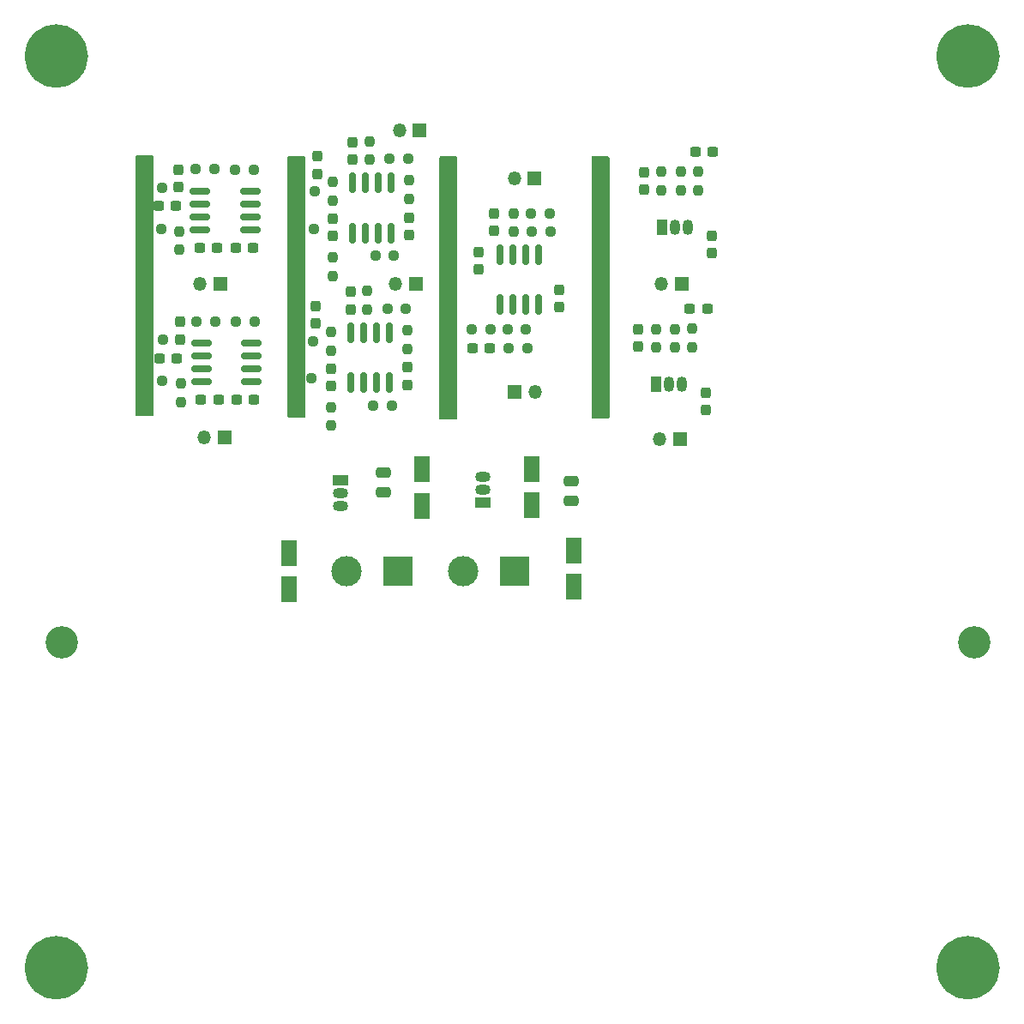
<source format=gbr>
%TF.GenerationSoftware,KiCad,Pcbnew,8.0.8*%
%TF.CreationDate,2025-08-26T11:44:11+12:00*%
%TF.ProjectId,esfgrid_ckt_Multi,65736667-7269-4645-9f63-6b745f4d756c,rev?*%
%TF.SameCoordinates,Original*%
%TF.FileFunction,Soldermask,Top*%
%TF.FilePolarity,Negative*%
%FSLAX46Y46*%
G04 Gerber Fmt 4.6, Leading zero omitted, Abs format (unit mm)*
G04 Created by KiCad (PCBNEW 8.0.8) date 2025-08-26 11:44:11*
%MOMM*%
%LPD*%
G01*
G04 APERTURE LIST*
G04 Aperture macros list*
%AMRoundRect*
0 Rectangle with rounded corners*
0 $1 Rounding radius*
0 $2 $3 $4 $5 $6 $7 $8 $9 X,Y pos of 4 corners*
0 Add a 4 corners polygon primitive as box body*
4,1,4,$2,$3,$4,$5,$6,$7,$8,$9,$2,$3,0*
0 Add four circle primitives for the rounded corners*
1,1,$1+$1,$2,$3*
1,1,$1+$1,$4,$5*
1,1,$1+$1,$6,$7*
1,1,$1+$1,$8,$9*
0 Add four rect primitives between the rounded corners*
20,1,$1+$1,$2,$3,$4,$5,0*
20,1,$1+$1,$4,$5,$6,$7,0*
20,1,$1+$1,$6,$7,$8,$9,0*
20,1,$1+$1,$8,$9,$2,$3,0*%
G04 Aperture macros list end*
%ADD10C,3.150000*%
%ADD11C,3.200000*%
%ADD12RoundRect,0.237500X-0.237500X0.300000X-0.237500X-0.300000X0.237500X-0.300000X0.237500X0.300000X0*%
%ADD13RoundRect,0.237500X0.237500X-0.300000X0.237500X0.300000X-0.237500X0.300000X-0.237500X-0.300000X0*%
%ADD14RoundRect,0.150000X-0.150000X0.825000X-0.150000X-0.825000X0.150000X-0.825000X0.150000X0.825000X0*%
%ADD15RoundRect,0.150000X0.150000X-0.825000X0.150000X0.825000X-0.150000X0.825000X-0.150000X-0.825000X0*%
%ADD16RoundRect,0.150000X-0.825000X-0.150000X0.825000X-0.150000X0.825000X0.150000X-0.825000X0.150000X0*%
%ADD17RoundRect,0.237500X0.250000X0.237500X-0.250000X0.237500X-0.250000X-0.237500X0.250000X-0.237500X0*%
%ADD18RoundRect,0.237500X0.237500X-0.250000X0.237500X0.250000X-0.237500X0.250000X-0.237500X-0.250000X0*%
%ADD19RoundRect,0.237500X-0.237500X0.250000X-0.237500X-0.250000X0.237500X-0.250000X0.237500X0.250000X0*%
%ADD20RoundRect,0.237500X-0.250000X-0.237500X0.250000X-0.237500X0.250000X0.237500X-0.250000X0.237500X0*%
%ADD21RoundRect,0.237500X-0.300000X-0.237500X0.300000X-0.237500X0.300000X0.237500X-0.300000X0.237500X0*%
%ADD22RoundRect,0.237500X0.300000X0.237500X-0.300000X0.237500X-0.300000X-0.237500X0.300000X-0.237500X0*%
%ADD23RoundRect,0.250000X-0.550000X1.050000X-0.550000X-1.050000X0.550000X-1.050000X0.550000X1.050000X0*%
%ADD24R,1.350000X1.350000*%
%ADD25O,1.350000X1.350000*%
%ADD26O,1.050000X1.500000*%
%ADD27R,1.050000X1.500000*%
%ADD28R,1.500000X1.050000*%
%ADD29O,1.500000X1.050000*%
%ADD30RoundRect,0.250000X0.475000X-0.250000X0.475000X0.250000X-0.475000X0.250000X-0.475000X-0.250000X0*%
%ADD31R,3.000000X3.000000*%
%ADD32C,3.000000*%
%ADD33RoundRect,0.250000X0.550000X-1.050000X0.550000X1.050000X-0.550000X1.050000X-0.550000X-1.050000X0*%
G04 APERTURE END LIST*
D10*
X257632960Y-136869986D02*
G75*
G02*
X254482960Y-136869986I-1575000J0D01*
G01*
X254482960Y-136869986D02*
G75*
G02*
X257632960Y-136869986I1575000J0D01*
G01*
X167632960Y-136869986D02*
G75*
G02*
X164482960Y-136869986I-1575000J0D01*
G01*
X164482960Y-136869986D02*
G75*
G02*
X167632960Y-136869986I1575000J0D01*
G01*
X257632960Y-46869986D02*
G75*
G02*
X254482960Y-46869986I-1575000J0D01*
G01*
X254482960Y-46869986D02*
G75*
G02*
X257632960Y-46869986I1575000J0D01*
G01*
X167632960Y-46869986D02*
G75*
G02*
X164482960Y-46869986I-1575000J0D01*
G01*
X164482960Y-46869986D02*
G75*
G02*
X167632960Y-46869986I1575000J0D01*
G01*
D11*
%TO.C,REF\u002A\u002A*%
X256667600Y-104760000D03*
%TD*%
%TO.C,REF\u002A\u002A*%
X166567600Y-104730000D03*
%TD*%
%TO.C,REF\u002A\u002A*%
X256157600Y-46900000D03*
%TD*%
%TO.C,REF\u002A\u002A*%
X166057600Y-46870000D03*
%TD*%
D12*
%TO.C,C18*%
X215687600Y-69927500D03*
X215687600Y-71652500D03*
%TD*%
D13*
%TO.C,C17*%
X207727600Y-67922500D03*
X207727600Y-66197500D03*
%TD*%
D14*
%TO.C,U7*%
X199122600Y-59377500D03*
X197852600Y-59377500D03*
X196582600Y-59377500D03*
X195312600Y-59377500D03*
X195312600Y-64327500D03*
X196582600Y-64327500D03*
X197852600Y-64327500D03*
X199122600Y-64327500D03*
%TD*%
D15*
%TO.C,U5*%
X209877600Y-66450000D03*
X211147600Y-66450000D03*
X212417600Y-66450000D03*
X213687600Y-66450000D03*
X213687600Y-71400000D03*
X212417600Y-71400000D03*
X211147600Y-71400000D03*
X209877600Y-71400000D03*
%TD*%
D16*
%TO.C,U4*%
X180372600Y-75230000D03*
X180372600Y-76500000D03*
X180372600Y-77770000D03*
X180372600Y-79040000D03*
X185322600Y-79040000D03*
X185322600Y-77770000D03*
X185322600Y-76500000D03*
X185322600Y-75230000D03*
%TD*%
D17*
%TO.C,R27*%
X198732600Y-71810000D03*
X200557600Y-71810000D03*
%TD*%
D18*
%TO.C,R26*%
X200717600Y-73940000D03*
X200717600Y-75765000D03*
%TD*%
D19*
%TO.C,R25*%
X196767600Y-71902500D03*
X196767600Y-70077500D03*
%TD*%
D20*
%TO.C,R24*%
X191362600Y-75050000D03*
X189537600Y-75050000D03*
%TD*%
%TO.C,R23*%
X199167600Y-81360000D03*
X197342600Y-81360000D03*
%TD*%
D18*
%TO.C,R21*%
X193157600Y-81540000D03*
X193157600Y-83365000D03*
%TD*%
D20*
%TO.C,R20*%
X191267600Y-78700000D03*
X189442600Y-78700000D03*
%TD*%
D19*
%TO.C,R19*%
X227727600Y-60122500D03*
X227727600Y-58297500D03*
%TD*%
D18*
%TO.C,R18*%
X229427600Y-58265000D03*
X229427600Y-60090000D03*
%TD*%
D19*
%TO.C,R17*%
X225807600Y-60130000D03*
X225807600Y-58305000D03*
%TD*%
D17*
%TO.C,R16*%
X212430100Y-73830000D03*
X210605100Y-73830000D03*
%TD*%
D20*
%TO.C,R13*%
X212905100Y-62380000D03*
X214730100Y-62380000D03*
%TD*%
%TO.C,R12*%
X210705100Y-75750000D03*
X212530100Y-75750000D03*
%TD*%
D17*
%TO.C,R11*%
X214840100Y-64210000D03*
X213015100Y-64210000D03*
%TD*%
D20*
%TO.C,R10*%
X183815100Y-73120000D03*
X185640100Y-73120000D03*
%TD*%
%TO.C,R9*%
X174675100Y-78960000D03*
X176500100Y-78960000D03*
%TD*%
%TO.C,R8*%
X174775100Y-74890000D03*
X176600100Y-74890000D03*
%TD*%
D18*
%TO.C,R7*%
X178327600Y-81030000D03*
X178327600Y-79205000D03*
%TD*%
D17*
%TO.C,R6*%
X181750100Y-73060000D03*
X179925100Y-73060000D03*
%TD*%
D12*
%TO.C,C25*%
X195097600Y-70147500D03*
X195097600Y-71872500D03*
%TD*%
%TO.C,C24*%
X200677600Y-77615000D03*
X200677600Y-79340000D03*
%TD*%
D13*
%TO.C,C23*%
X191617600Y-71565000D03*
X191617600Y-73290000D03*
%TD*%
D21*
%TO.C,C21*%
X230887600Y-56340000D03*
X229162600Y-56340000D03*
%TD*%
D22*
%TO.C,C16*%
X208867600Y-75740000D03*
X207142600Y-75740000D03*
%TD*%
D13*
%TO.C,C15*%
X209237600Y-64142500D03*
X209237600Y-62417500D03*
%TD*%
D22*
%TO.C,C14*%
X182057600Y-80820000D03*
X180332600Y-80820000D03*
%TD*%
D21*
%TO.C,C13*%
X183875100Y-80790000D03*
X185600100Y-80790000D03*
%TD*%
D22*
%TO.C,C12*%
X177957600Y-76710000D03*
X176232600Y-76710000D03*
%TD*%
D13*
%TO.C,C11*%
X178247600Y-74840000D03*
X178247600Y-73115000D03*
%TD*%
D12*
%TO.C,C29*%
X195307601Y-55350000D03*
X195307601Y-57075000D03*
%TD*%
%TO.C,C28*%
X200887600Y-62817500D03*
X200887600Y-64542500D03*
%TD*%
%TO.C,C31*%
X230207600Y-80118750D03*
X230207600Y-81843750D03*
%TD*%
D23*
%TO.C,C2*%
X217157600Y-95670000D03*
X217157600Y-99270000D03*
%TD*%
D12*
%TO.C,C30*%
X223467600Y-73838750D03*
X223467600Y-75563750D03*
%TD*%
D24*
%TO.C,J16*%
X213257600Y-58960000D03*
D25*
X211257600Y-58960000D03*
%TD*%
D26*
%TO.C,Q1*%
X228367600Y-63777500D03*
X227097600Y-63777500D03*
D27*
X225827600Y-63777500D03*
%TD*%
D19*
%TO.C,R36*%
X225227600Y-73816250D03*
X225227600Y-75641250D03*
%TD*%
D21*
%TO.C,C32*%
X228582600Y-71851250D03*
X230307600Y-71851250D03*
%TD*%
D13*
%TO.C,C7*%
X178137600Y-59820000D03*
X178137600Y-58095000D03*
%TD*%
D28*
%TO.C,U1*%
X194137600Y-88720000D03*
D29*
X194137600Y-89990000D03*
X194137600Y-91260000D03*
%TD*%
D22*
%TO.C,C10*%
X181947600Y-65800000D03*
X180222600Y-65800000D03*
%TD*%
%TO.C,C8*%
X177847600Y-61690000D03*
X176122600Y-61690000D03*
%TD*%
D24*
%TO.C,J3*%
X182247600Y-69380000D03*
D25*
X180247600Y-69380000D03*
%TD*%
D19*
%TO.C,R22*%
X193167600Y-75945000D03*
X193167600Y-74120000D03*
%TD*%
D20*
%TO.C,R5*%
X183705100Y-58100000D03*
X185530100Y-58100000D03*
%TD*%
D24*
%TO.C,J18*%
X227797600Y-69380000D03*
D25*
X225797600Y-69380000D03*
%TD*%
D24*
%TO.C,J8*%
X201927600Y-54180000D03*
D25*
X199927600Y-54180000D03*
%TD*%
D30*
%TO.C,C4*%
X216867600Y-90770000D03*
X216867600Y-88870000D03*
%TD*%
D20*
%TO.C,R4*%
X174565100Y-63940000D03*
X176390100Y-63940000D03*
%TD*%
D31*
%TO.C,J2*%
X211277600Y-97730000D03*
D32*
X206197600Y-97730000D03*
%TD*%
D18*
%TO.C,R29*%
X193367600Y-68567500D03*
X193367600Y-66742500D03*
%TD*%
D20*
%TO.C,R28*%
X189652600Y-63902499D03*
X191477600Y-63902499D03*
%TD*%
D24*
%TO.C,J17*%
X211317600Y-80060000D03*
D25*
X213317600Y-80060000D03*
%TD*%
D30*
%TO.C,C3*%
X198337600Y-89920000D03*
X198337600Y-88020000D03*
%TD*%
D23*
%TO.C,C1*%
X188997600Y-95920000D03*
X188997600Y-99520000D03*
%TD*%
D28*
%TO.C,U2*%
X208207600Y-90970000D03*
D29*
X208207600Y-89700000D03*
X208207600Y-88430000D03*
%TD*%
D31*
%TO.C,J1*%
X199767600Y-97740000D03*
D32*
X194687600Y-97740000D03*
%TD*%
D12*
%TO.C,C26*%
X193357600Y-62922499D03*
X193357600Y-64647499D03*
%TD*%
D18*
%TO.C,R37*%
X228847600Y-75601250D03*
X228847600Y-73776250D03*
%TD*%
D12*
%TO.C,C22*%
X193147600Y-79445000D03*
X193147600Y-77720000D03*
%TD*%
D27*
%TO.C,Q2*%
X225247600Y-79288750D03*
D26*
X226517600Y-79288750D03*
X227787600Y-79288750D03*
%TD*%
D17*
%TO.C,R35*%
X200767600Y-57012500D03*
X198942600Y-57012500D03*
%TD*%
D13*
%TO.C,C27*%
X191827600Y-58492500D03*
X191827600Y-56767500D03*
%TD*%
D19*
%TO.C,R14*%
X211217600Y-62407500D03*
X211217600Y-64232500D03*
%TD*%
D16*
%TO.C,U3*%
X180262600Y-60210000D03*
X180262600Y-61480000D03*
X180262600Y-62750000D03*
X180262600Y-64020000D03*
X185212600Y-64020000D03*
X185212600Y-62750000D03*
X185212600Y-61480000D03*
X185212600Y-60210000D03*
%TD*%
D12*
%TO.C,C20*%
X230787600Y-66332500D03*
X230787600Y-64607500D03*
%TD*%
D23*
%TO.C,C5*%
X202157600Y-87660000D03*
X202157600Y-91260000D03*
%TD*%
D20*
%TO.C,R3*%
X174665100Y-59870000D03*
X176490100Y-59870000D03*
%TD*%
D19*
%TO.C,R33*%
X196977601Y-55280000D03*
X196977601Y-57105000D03*
%TD*%
D33*
%TO.C,C6*%
X212977600Y-91220000D03*
X212977600Y-87620000D03*
%TD*%
D17*
%TO.C,R1*%
X181640100Y-58040000D03*
X179815100Y-58040000D03*
%TD*%
D21*
%TO.C,C9*%
X183765100Y-65770000D03*
X185490100Y-65770000D03*
%TD*%
D20*
%TO.C,R31*%
X197552599Y-66562500D03*
X199377599Y-66562500D03*
%TD*%
%TO.C,R32*%
X189747600Y-60252500D03*
X191572600Y-60252500D03*
%TD*%
D12*
%TO.C,C19*%
X224047600Y-60052500D03*
X224047600Y-58327500D03*
%TD*%
D19*
%TO.C,R30*%
X193377600Y-59322500D03*
X193377600Y-61147500D03*
%TD*%
D18*
%TO.C,R34*%
X200927600Y-60967501D03*
X200927600Y-59142501D03*
%TD*%
D20*
%TO.C,R15*%
X207072600Y-73860000D03*
X208897600Y-73860000D03*
%TD*%
D14*
%TO.C,U6*%
X198912600Y-79125000D03*
X197642600Y-79125000D03*
X196372600Y-79125000D03*
X195102600Y-79125000D03*
X195102600Y-74175000D03*
X196372600Y-74175000D03*
X197642600Y-74175000D03*
X198912600Y-74175000D03*
%TD*%
D18*
%TO.C,R2*%
X178217600Y-66010000D03*
X178217600Y-64185000D03*
%TD*%
D19*
%TO.C,R38*%
X227147600Y-73808750D03*
X227147600Y-75633750D03*
%TD*%
D25*
%TO.C,J19*%
X225647600Y-84660000D03*
D24*
X227647600Y-84660000D03*
%TD*%
D25*
%TO.C,J7*%
X180647600Y-84530000D03*
D24*
X182647600Y-84530000D03*
%TD*%
%TO.C,J9*%
X201557600Y-69330000D03*
D25*
X199557600Y-69330000D03*
%TD*%
G36*
X205600648Y-56789685D02*
G01*
X205646403Y-56842489D01*
X205657609Y-56893990D01*
X205659579Y-82605990D01*
X205639900Y-82673031D01*
X205587099Y-82718790D01*
X205535579Y-82730000D01*
X204001600Y-82730000D01*
X203934561Y-82710315D01*
X203888806Y-82657511D01*
X203877600Y-82606000D01*
X203877600Y-56894000D01*
X203897285Y-56826961D01*
X203950089Y-56781206D01*
X204001600Y-56770000D01*
X205533609Y-56770000D01*
X205600648Y-56789685D01*
G37*
G36*
X175581009Y-56689671D02*
G01*
X175626764Y-56742475D01*
X175637970Y-56793977D01*
X175639923Y-82295977D01*
X175620244Y-82363017D01*
X175567443Y-82408776D01*
X175515923Y-82419986D01*
X173981960Y-82419986D01*
X173914921Y-82400301D01*
X173869166Y-82347497D01*
X173857960Y-82295986D01*
X173857960Y-56793986D01*
X173877645Y-56726947D01*
X173930449Y-56681192D01*
X173981960Y-56669986D01*
X175513970Y-56669986D01*
X175581009Y-56689671D01*
G37*
G36*
X220600649Y-56789685D02*
G01*
X220646404Y-56842489D01*
X220657610Y-56893991D01*
X220659573Y-82525991D01*
X220639894Y-82593031D01*
X220587093Y-82638790D01*
X220535573Y-82650000D01*
X219001600Y-82650000D01*
X218934561Y-82630315D01*
X218888806Y-82577511D01*
X218877600Y-82526000D01*
X218877600Y-56894000D01*
X218897285Y-56826961D01*
X218950089Y-56781206D01*
X219001600Y-56770000D01*
X220533610Y-56770000D01*
X220600649Y-56789685D01*
G37*
G36*
X190600649Y-56789685D02*
G01*
X190646404Y-56842489D01*
X190657610Y-56893991D01*
X190659565Y-82415991D01*
X190639886Y-82483031D01*
X190587085Y-82528790D01*
X190535565Y-82540000D01*
X189001600Y-82540000D01*
X188934561Y-82520315D01*
X188888806Y-82467511D01*
X188877600Y-82416000D01*
X188877600Y-56894000D01*
X188897285Y-56826961D01*
X188950089Y-56781206D01*
X189001600Y-56770000D01*
X190533610Y-56770000D01*
X190600649Y-56789685D01*
G37*
M02*

</source>
